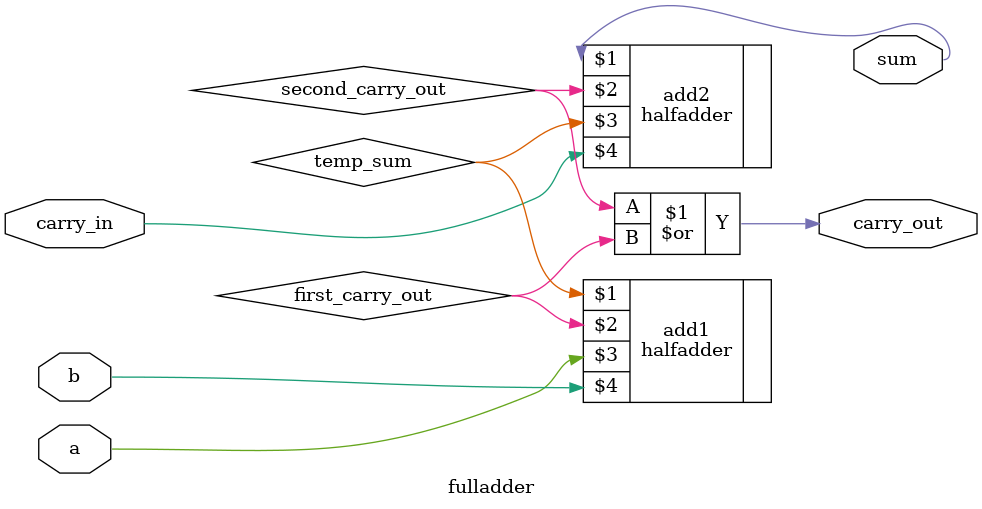
<source format=v>
module fulladder(sum, carry_out, a, b, carry_in);

input   a, b, carry_in;
output  sum, carry_out;
wire    temp_sum, first_carry_out, second_carry_out;

halfadder add1(temp_sum, first_carry_out, a, b);
halfadder add2(sum, second_carry_out, temp_sum, carry_in);

or add3(carry_out, second_carry_out, first_carry_out);

endmodule 
</source>
